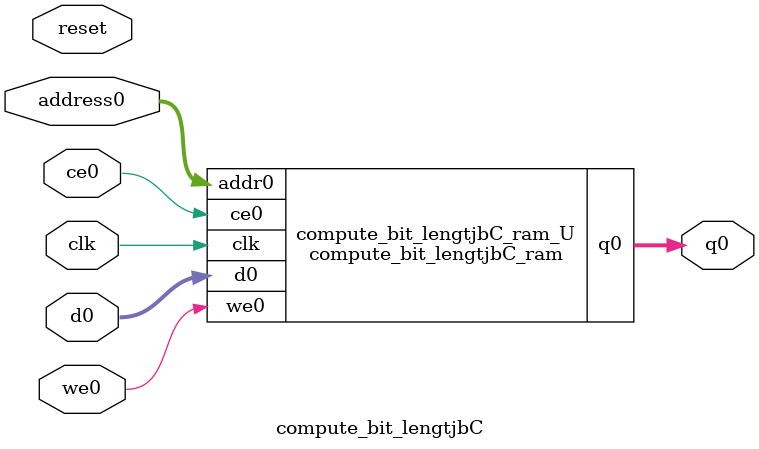
<source format=v>
`timescale 1 ns / 1 ps
module compute_bit_lengtjbC_ram (addr0, ce0, d0, we0, q0,  clk);

parameter DWIDTH = 6;
parameter AWIDTH = 8;
parameter MEM_SIZE = 255;

input[AWIDTH-1:0] addr0;
input ce0;
input[DWIDTH-1:0] d0;
input we0;
output reg[DWIDTH-1:0] q0;
input clk;

(* ram_style = "block" *)reg [DWIDTH-1:0] ram[0:MEM_SIZE-1];




always @(posedge clk)  
begin 
    if (ce0) begin
        if (we0) 
            ram[addr0] <= d0; 
        q0 <= ram[addr0];
    end
end


endmodule

`timescale 1 ns / 1 ps
module compute_bit_lengtjbC(
    reset,
    clk,
    address0,
    ce0,
    we0,
    d0,
    q0);

parameter DataWidth = 32'd6;
parameter AddressRange = 32'd255;
parameter AddressWidth = 32'd8;
input reset;
input clk;
input[AddressWidth - 1:0] address0;
input ce0;
input we0;
input[DataWidth - 1:0] d0;
output[DataWidth - 1:0] q0;



compute_bit_lengtjbC_ram compute_bit_lengtjbC_ram_U(
    .clk( clk ),
    .addr0( address0 ),
    .ce0( ce0 ),
    .we0( we0 ),
    .d0( d0 ),
    .q0( q0 ));

endmodule


</source>
